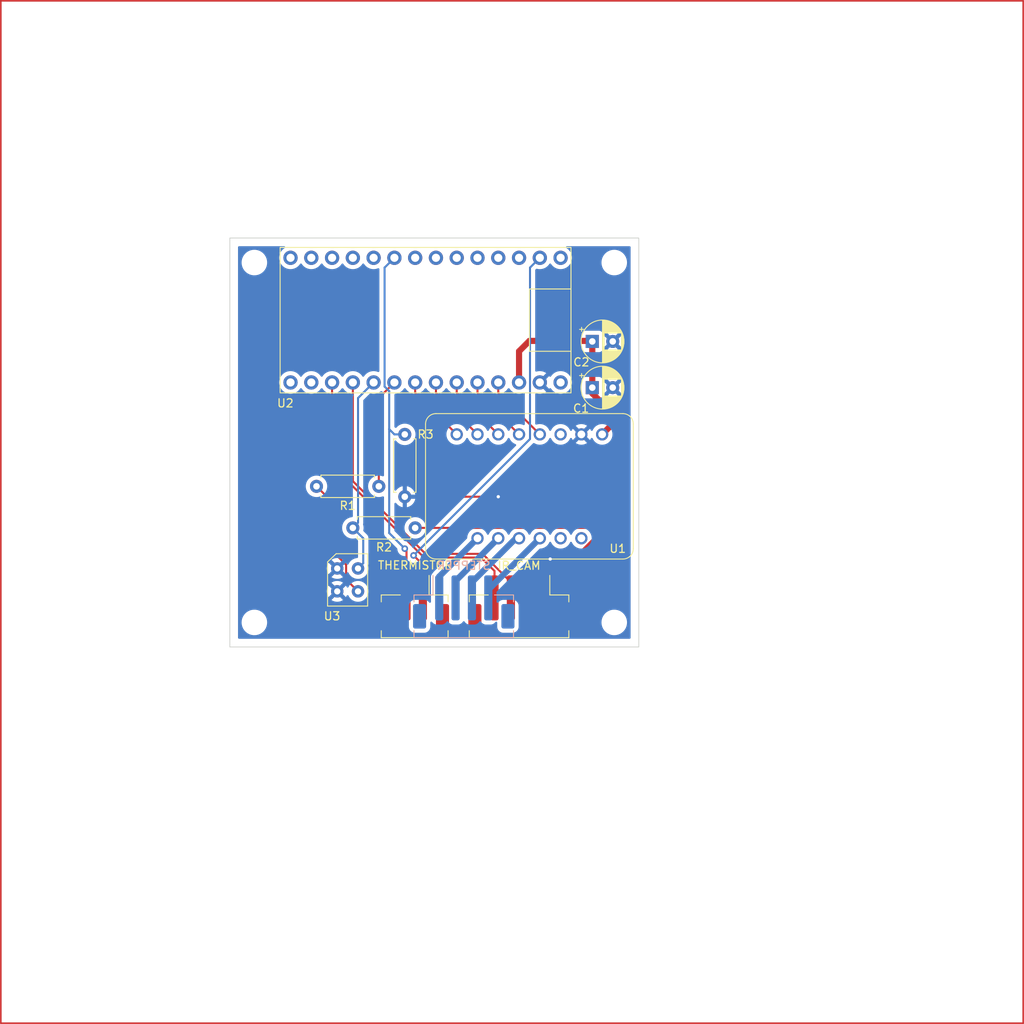
<source format=kicad_pcb>
(kicad_pcb (version 20211014) (generator pcbnew)
  (layers (0 "F.Cu" signal) (31 "B.Cu" signal) (34 "B.Paste" user) (35 "F.Paste" user) (36 "B.SilkS" user "B.Silkscreen") (37 "F.SilkS" user "F.Silkscreen") (38 "B.Mask" user) (39 "F.Mask" user) (44 "Edge.Cuts" user))
  (net 0 "")
  (net 1 "+5V")
  (net 2 "GND")
  (net 3 "SCL")
  (net 4 "SDA")
  (net 18 "Net-(J3-Pad2)")
  (net 19 "Net-(J3-Pad3)")
  (net 20 "Net-(J3-Pad4)")
  (net 22 "OPTO1")
  (net 23 "OPTO")
  (net 24 "TEMP")
  (net 26 "+3V3")
  (net 29 "B1")
  (net 30 "B2")
  (net 31 "SLP")
  (net 32 "A2")
  (net 33 "A1")
  (net 34 "Net-(J3-Pad1)")
  (net 35 "Net-(R1-Pad2)")
  (footprint "SW2:DRV8833" (layer "F.Cu") (at 87.63 80.01 -90)
    (fp_text reference "U1" (at 13.97 -10.795 unlocked) (layer "F.SilkS"))
    (fp_text value "DRV8833")
    (fp_line (start -2.54 11.43) (end -2.54 -11.43) (layer "F.SilkS") (width 0.12))
    (fp_line (start 15.24 -11.43) (end 15.24 11.43) (layer "F.SilkS") (width 0.12))
    (fp_line (start -1.27 -12.7) (end 13.97 -12.7) (layer "F.SilkS") (width 0.12))
    (fp_line (start 13.97 12.7) (end -1.27 12.7) (layer "F.SilkS") (width 0.12))
    (fp_arc (start 15.24 11.43) (mid 14.868026 12.328026) (end 13.97 12.7) (layer "F.SilkS") (width 0.12))
    (fp_arc (start 13.97 -12.7) (mid 14.868026 -12.328026) (end 15.24 -11.43) (layer "F.SilkS") (width 0.12))
    (fp_arc (start -1.27 12.7) (mid -2.168026 12.328026) (end -2.54 11.43) (layer "F.SilkS") (width 0.12))
    (fp_arc (start -2.54 -11.43) (mid -2.168026 -12.328026) (end -1.27 -12.7) (layer "F.SilkS") (width 0.12))
    (pad "1" thru_hole circle (at 0 -8.89 270) (size 1.5 1.5) (drill 0.95) (layers *.Cu *.Mask) (net 1 "+5V"))
    (pad "2" thru_hole circle (at 0 -6.35 270) (size 1.5 1.5) (drill 0.95) (layers *.Cu *.Mask) (net 2 "GND"))
    (pad "3" thru_hole circle (at 0 -3.81 270) (size 1.5 1.5) (drill 0.95) (layers *.Cu *.Mask))
    (pad "4" thru_hole circle (at 0 -1.27 270) (size 1.5 1.5) (drill 0.95) (layers *.Cu *.Mask) (net 29 "B1"))
    (pad "5" thru_hole circle (at 0 1.27 270) (size 1.5 1.5) (drill 0.95) (layers *.Cu *.Mask) (net 30 "B2"))
    (pad "6" thru_hole circle (at 0 3.81 270) (size 1.5 1.5) (drill 0.95) (layers *.Cu *.Mask) (net 31 "SLP"))
    (pad "7" thru_hole circle (at 0 6.35 270) (size 1.5 1.5) (drill 0.95) (layers *.Cu *.Mask) (net 32 "A2"))
    (pad "8" thru_hole circle (at 0 8.89 270) (size 1.5 1.5) (drill 0.95) (layers *.Cu *.Mask) (net 33 "A1"))
    (pad "9" thru_hole circle (at 12.7 6.35 270) (size 1.5 1.5) (drill 0.95) (layers *.Cu *.Mask) (net 34 "Net-(J3-Pad1)"))
    (pad "10" thru_hole circle (at 12.7 3.81 270) (size 1.5 1.5) (drill 0.95) (layers *.Cu *.Mask) (net 18 "Net-(J3-Pad2)"))
    (pad "11" thru_hole circle (at 12.7 1.27 270) (size 1.5 1.5) (drill 0.95) (layers *.Cu *.Mask) (net 19 "Net-(J3-Pad3)"))
    (pad "12" thru_hole circle (at 12.7 -1.27 270) (size 1.5 1.5) (drill 0.95) (layers *.Cu *.Mask) (net 20 "Net-(J3-Pad4)"))
    (pad "13" thru_hole circle (at 12.7 -3.81 270) (size 1.5 1.5) (drill 0.95) (layers *.Cu *.Mask))
    (pad "14" thru_hole circle (at 12.7 -6.35 270) (size 1.5 1.5) (drill 0.95) (layers *.Cu *.Mask))
  )
  (footprint "Connector_JST:JST_PH_B2B-PH-SM4-TB_1x02-1MP_P2.00mm_Vertical" (layer "F.Cu") (at 73.6 100.5 180)
    (fp_text reference "J2" hide)
    (fp_text value "THERMISTOR" (at -0.06 4.488) (layer "F.SilkS"))
    (fp_line (start -4.085 0.86) (end -1.76 0.86) (layer "F.SilkS") (width 0.12))
    (fp_line (start 4.085 -4.36) (end 4.085 -3.51) (layer "F.SilkS") (width 0.12))
    (fp_line (start 4.085 0.86) (end 1.76 0.86) (layer "F.SilkS") (width 0.12))
    (fp_line (start -4.085 -4.36) (end 4.085 -4.36) (layer "F.SilkS") (width 0.12))
    (fp_line (start -4.085 -3.51) (end -4.085 -4.36) (layer "F.SilkS") (width 0.12))
    (fp_line (start -4.085 0.01) (end -4.085 0.86) (layer "F.SilkS") (width 0.12))
    (fp_line (start 4.085 0.01) (end 4.085 0.86) (layer "F.SilkS") (width 0.12))
    (fp_line (start -1.76 0.86) (end -1.76 3.25) (layer "F.SilkS") (width 0.12))
    (pad "1" smd roundrect locked (at -1 0.5 180) (size 1 5.5) (layers "F.Cu" "F.Paste" "F.Mask") (net 26 "+3V3"))
    (pad "2" smd roundrect locked (at 1 0.5 180) (size 1 5.5) (layers "F.Cu" "F.Paste" "F.Mask") (net 24 "TEMP"))
    (pad "MP" smd roundrect locked (at -3.4 -1.75 180) (size 1.6 3) (layers "F.Cu" "F.Paste" "F.Mask") (roundrect_rratio 0.15625))
    (pad "MP" smd roundrect locked (at 3.4 -1.75 180) (size 1.6 3) (layers "F.Cu" "F.Paste" "F.Mask") (roundrect_rratio 0.15625))
  )
  (footprint "SW2:ITR20001T" (layer "F.Cu") (at 65.4 97.8 90)
    (fp_text reference "U3" (at -4.435 -1.9 unlocked) (layer "F.SilkS"))
    (fp_text value "ITR20001/T")
    (fp_line (start -3.2 -2.45) (end 2.2 -2.45) (layer "F.SilkS") (width 0.12))
    (fp_line (start 3.2 -1.4) (end 3.2 2.45) (layer "F.SilkS") (width 0.12))
    (fp_line (start 2.2 -2.45) (end 3.2 -1.4) (layer "F.SilkS") (width 0.12))
    (fp_line (start -3.2 2.45) (end -3.2 -2.45) (layer "F.SilkS") (width 0.12))
    (fp_line (start 3.2 2.45) (end -3.2 2.45) (layer "F.SilkS") (width 0.12))
    (pad "1" thru_hole circle (at -1.4 1.27 90) (size 1.524 1.524) (drill 0.762) (layers *.Cu *.Mask) (net 35 "Net-(R1-Pad2)"))
    (pad "2" thru_hole circle (at -1.4 -1.27 90) (size 1.524 1.524) (drill 0.762) (layers *.Cu *.Mask) (net 2 "GND"))
    (pad "3" thru_hole circle (at 1.4 -1.27 90) (size 1.524 1.524) (drill 0.762) (layers *.Cu *.Mask) (net 2 "GND"))
    (pad "4" thru_hole circle (at 1.4 1.27 90) (size 1.524 1.524) (drill 0.762) (layers *.Cu *.Mask) (net 23 "OPTO"))
  )
  (footprint "MountingHole:MountingHole_2.1mm" (layer "F.Cu") (at 54 103)
    (fp_text reference "H3" hide)
    (fp_text value "MountingHole")
    (pad "" np_thru_hole circle locked (at 0 0) (size 2.1 2.1) (drill 2.1) (layers *.Cu *.Mask))
  )
  (footprint "MountingHole:MountingHole_2.1mm" (layer "F.Cu") (at 98 103)
    (fp_text reference "H4" hide)
    (fp_text value "MountingHole")
    (pad "" np_thru_hole circle locked (at 0 0) (size 2.1 2.1) (drill 2.1) (layers *.Cu *.Mask))
  )
  (footprint "Resistor_THT:R_Axial_DIN0207_L6.3mm_D2.5mm_P7.62mm_Horizontal" (layer "F.Cu") (at 69.215 86.36 180)
    (fp_text reference "R1" (at 3.81 -2.37) (layer "F.SilkS"))
    (fp_text value "180")
    (fp_line (start 7.08 1.37) (end 7.08 1.04) (layer "F.SilkS") (width 0.12))
    (fp_line (start 7.08 -1.37) (end 7.08 -1.04) (layer "F.SilkS") (width 0.12))
    (fp_line (start 0.54 -1.04) (end 0.54 -1.37) (layer "F.SilkS") (width 0.12))
    (fp_line (start 0.54 -1.37) (end 7.08 -1.37) (layer "F.SilkS") (width 0.12))
    (fp_line (start 0.54 1.37) (end 7.08 1.37) (layer "F.SilkS") (width 0.12))
    (fp_line (start 0.54 1.04) (end 0.54 1.37) (layer "F.SilkS") (width 0.12))
    (pad "1" thru_hole circle locked (at 0 0 180) (size 1.6 1.6) (drill 0.8) (layers *.Cu *.Mask) (net 22 "OPTO1"))
    (pad "2" thru_hole oval locked (at 7.62 0 180) (size 1.6 1.6) (drill 0.8) (layers *.Cu *.Mask) (net 35 "Net-(R1-Pad2)"))
  )
  (footprint "SW2:Adafruit_ItsyBitsy_M4" (layer "F.Cu") (at 74.93 66.04 180)
    (fp_text reference "U2" (at 17.145 -10.16 unlocked) (layer "F.SilkS"))
    (fp_text value "ItsyBitsyM4")
    (fp_line (start -12.7 -3.81) (end -12.7 3.81) (layer "F.SilkS") (width 0.12))
    (fp_line (start -12.7 3.81) (end -17.78 3.81) (layer "F.SilkS") (width 0.12))
    (fp_line (start -17.78 -3.81) (end -12.7 -3.81) (layer "F.SilkS") (width 0.12))
    (fp_rect (start -17.78 -8.89) (end 17.78 8.89) (layer "F.SilkS") (width 0.12) (fill none))
    (pad "1" thru_hole circle (at -16.51 7.62 180) (size 1.75 1.75) (drill 1) (layers *.Cu *.Mask))
    (pad "2" thru_hole circle (at -13.97 7.62 180) (size 1.75 1.75) (drill 1) (layers *.Cu *.Mask) (net 26 "+3V3"))
    (pad "3" thru_hole circle (at -11.43 7.62 180) (size 1.75 1.75) (drill 1) (layers *.Cu *.Mask))
    (pad "4" thru_hole circle (at -8.89 7.62 180) (size 1.75 1.75) (drill 1) (layers *.Cu *.Mask))
    (pad "5" thru_hole circle (at -6.35 7.62 180) (size 1.75 1.75) (drill 1) (layers *.Cu *.Mask))
    (pad "6" thru_hole circle (at -3.81 7.62 180) (size 1.75 1.75) (drill 1) (layers *.Cu *.Mask))
    (pad "7" thru_hole circle (at -1.27 7.62 180) (size 1.75 1.75) (drill 1) (layers *.Cu *.Mask))
    (pad "8" thru_hole circle (at 1.27 7.62 180) (size 1.75 1.75) (drill 1) (layers *.Cu *.Mask))
    (pad "9" thru_hole circle (at 3.81 7.62 180) (size 1.75 1.75) (drill 1) (layers *.Cu *.Mask) (net 24 "TEMP"))
    (pad "10" thru_hole circle (at 6.35 7.62 180) (size 1.75 1.75) (drill 1) (layers *.Cu *.Mask))
    (pad "11" thru_hole circle (at 8.89 7.62 180) (size 1.75 1.75) (drill 1) (layers *.Cu *.Mask))
    (pad "12" thru_hole circle (at 11.43 7.62 180) (size 1.75 1.75) (drill 1) (layers *.Cu *.Mask))
    (pad "13" thru_hole circle (at 13.97 7.62 180) (size 1.75 1.75) (drill 1) (layers *.Cu *.Mask))
    (pad "14" thru_hole circle (at 16.51 7.62 180) (size 1.75 1.75) (drill 1) (layers *.Cu *.Mask))
    (pad "20" thru_hole circle (at 16.51 -7.62 180) (size 1.75 1.75) (drill 1) (layers *.Cu *.Mask))
    (pad "21" thru_hole circle (at 13.97 -7.62 180) (size 1.75 1.75) (drill 1) (layers *.Cu *.Mask))
    (pad "22" thru_hole circle (at 11.43 -7.62 180) (size 1.75 1.75) (drill 1) (layers *.Cu *.Mask) (net 4 "SDA"))
    (pad "23" thru_hole circle (at 8.89 -7.62 180) (size 1.75 1.75) (drill 1) (layers *.Cu *.Mask) (net 3 "SCL"))
    (pad "24" thru_hole circle (at 6.35 -7.62 180) (size 1.75 1.75) (drill 1) (layers *.Cu *.Mask) (net 23 "OPTO"))
    (pad "25" thru_hole circle (at 3.81 -7.62 180) (size 1.75 1.75) (drill 1) (layers *.Cu *.Mask) (net 22 "OPTO1"))
    (pad "26" thru_hole circle (at 1.27 -7.62 180) (size 1.75 1.75) (drill 1) (layers *.Cu *.Mask) (net 33 "A1"))
    (pad "27" thru_hole circle (at -1.27 -7.62 180) (size 1.75 1.75) (drill 1) (layers *.Cu *.Mask) (net 32 "A2"))
    (pad "28" thru_hole circle (at -3.81 -7.62 180) (size 1.75 1.75) (drill 1) (layers *.Cu *.Mask) (net 31 "SLP"))
    (pad "29" thru_hole circle (at -6.35 -7.62 180) (size 1.75 1.75) (drill 1) (layers *.Cu *.Mask) (net 30 "B2"))
    (pad "30" thru_hole circle (at -8.89 -7.62 180) (size 1.75 1.75) (drill 1) (layers *.Cu *.Mask) (net 29 "B1"))
    (pad "31" thru_hole circle (at -11.43 -7.62 180) (size 1.75 1.75) (drill 1) (layers *.Cu *.Mask) (net 1 "+5V"))
    (pad "32" thru_hole circle (at -13.97 -7.62 180) (size 1.75 1.75) (drill 1) (layers *.Cu *.Mask) (net 2 "GND"))
    (pad "33" thru_hole circle (at -16.51 -7.62 180) (size 1.75 1.75) (drill 1) (layers *.Cu *.Mask))
  )
  (footprint "MountingHole:MountingHole_2.1mm" (layer "F.Cu") (at 98 59)
    (fp_text reference "H2" hide)
    (fp_text value "MountingHole")
    (pad "" np_thru_hole circle locked (at 0 0) (size 2.1 2.1) (drill 2.1) (layers *.Cu *.Mask))
  )
  (footprint "Resistor_THT:R_Axial_DIN0207_L6.3mm_D2.5mm_P7.62mm_Horizontal" (layer "F.Cu") (at 72.39 80.01 -90)
    (fp_text reference "R3" (at 0 -2.54) (layer "F.SilkS"))
    (fp_text value "10k")
    (fp_line (start 0.54 1.37) (end 7.08 1.37) (layer "F.SilkS") (width 0.12))
    (fp_line (start 0.54 -1.37) (end 7.08 -1.37) (layer "F.SilkS") (width 0.12))
    (fp_line (start 0.54 -1.04) (end 0.54 -1.37) (layer "F.SilkS") (width 0.12))
    (fp_line (start 7.08 -1.37) (end 7.08 -1.04) (layer "F.SilkS") (width 0.12))
    (fp_line (start 0.54 1.04) (end 0.54 1.37) (layer "F.SilkS") (width 0.12))
    (fp_line (start 7.08 1.37) (end 7.08 1.04) (layer "F.SilkS") (width 0.12))
    (pad "1" thru_hole circle locked (at 0 0 270) (size 1.6 1.6) (drill 0.8) (layers *.Cu *.Mask) (net 24 "TEMP"))
    (pad "2" thru_hole oval locked (at 7.62 0 270) (size 1.6 1.6) (drill 0.8) (layers *.Cu *.Mask) (net 2 "GND"))
  )
  (footprint "MountingHole:MountingHole_2.1mm" (layer "F.Cu") (at 54 59)
    (fp_text reference "H1" hide)
    (fp_text value "MountingHole")
    (pad "" np_thru_hole circle locked (at 0 0) (size 2.1 2.1) (drill 2.1) (layers *.Cu *.Mask))
  )
  (footprint "Capacitor_THT:CP_Radial_D5.0mm_P2.50mm" (layer "F.Cu") (at 95.314888 74.295)
    (fp_text reference "C1" (at -1.37 2.54) (layer "F.SilkS"))
    (fp_text value "100u")
    (fp_line (start 2.651 1.04) (end 2.651 2.175) (layer "F.SilkS") (width 0.12))
    (fp_line (start 2.411 1.04) (end 2.411 2.31) (layer "F.SilkS") (width 0.12))
    (fp_line (start 3.411 -1.443) (end 3.411 -1.04) (layer "F.SilkS") (width 0.12))
    (fp_line (start 2.331 1.04) (end 2.331 2.348) (layer "F.SilkS") (width 0.12))
    (fp_line (start 2.971 -1.937) (end 2.971 -1.04) (layer "F.SilkS") (width 0.12))
    (fp_line (start 1.53 1.04) (end 1.53 2.565) (layer "F.SilkS") (width 0.12))
    (fp_line (start 3.651 -1.011) (end 3.651 1.011) (layer "F.SilkS") (width 0.12))
    (fp_line (start 3.691 -0.915) (end 3.691 0.915) (layer "F.SilkS") (width 0.12))
    (fp_line (start 1.81 1.04) (end 1.81 2.52) (layer "F.SilkS") (width 0.12))
    (fp_line (start 1.61 1.04) (end 1.61 2.556) (layer "F.SilkS") (width 0.12))
    (fp_line (start 3.411 1.04) (end 3.411 1.443) (layer "F.SilkS") (width 0.12))
    (fp_line (start 1.25 -2.58) (end 1.25 2.58) (layer "F.SilkS") (width 0.12))
    (fp_line (start 1.41 -2.576) (end 1.41 2.576) (layer "F.SilkS") (width 0.12))
    (fp_line (start 2.891 -2.004) (end 2.891 -1.04) (layer "F.SilkS") (width 0.12))
    (fp_line (start 3.051 -1.864) (end 3.051 -1.04) (layer "F.SilkS") (width 0.12))
    (fp_line (start 2.331 -2.348) (end 2.331 -1.04) (layer "F.SilkS") (width 0.12))
    (fp_line (start 3.731 -0.805) (end 3.731 0.805) (layer "F.SilkS") (width 0.12))
    (fp_line (start 1.49 1.04) (end 1.49 2.569) (layer "F.SilkS") (width 0.12))
    (fp_line (start 1.81 -2.52) (end 1.81 -1.04) (layer "F.SilkS") (width 0.12))
    (fp_line (start 1.69 1.04) (end 1.69 2.543) (layer "F.SilkS") (width 0.12))
    (fp_line (start 3.051 1.04) (end 3.051 1.864) (layer "F.SilkS") (width 0.12))
    (fp_line (start 2.451 1.04) (end 2.451 2.29) (layer "F.SilkS") (width 0.12))
    (fp_line (start 1.73 -2.536) (end 1.73 -1.04) (layer "F.SilkS") (width 0.12))
    (fp_line (start 2.451 -2.29) (end 2.451 -1.04) (layer "F.SilkS") (width 0.12))
    (fp_line (start 3.571 -1.178) (end 3.571 1.178) (layer "F.SilkS") (width 0.12))
    (fp_line (start 2.611 1.04) (end 2.611 2.2) (layer "F.SilkS") (width 0.12))
    (fp_line (start 2.891 1.04) (end 2.891 2.004) (layer "F.SilkS") (width 0.12))
    (fp_line (start 2.091 -2.442) (end 2.091 -1.04) (layer "F.SilkS") (width 0.12))
    (fp_line (start 1.89 1.04) (end 1.89 2.501) (layer "F.SilkS") (width 0.12))
    (fp_line (start 3.091 -1.826) (end 3.091 -1.04) (layer "F.SilkS") (width 0.12))
    (fp_line (start 1.29 -2.58) (end 1.29 2.58) (layer "F.SilkS") (width 0.12))
    (fp_line (start 3.611 -1.098) (end 3.611 1.098) (layer "F.SilkS") (width 0.12))
    (fp_line (start 3.131 -1.785) (end 3.131 -1.04) (layer "F.SilkS") (width 0.12))
    (fp_line (start 2.291 1.04) (end 2.291 2.365) (layer "F.SilkS") (width 0.12))
    (fp_line (start 2.011 1.04) (end 2.011 2.468) (layer "F.SilkS") (width 0.12))
    (fp_line (start -1.304775 -1.725) (end -1.304775 -1.225) (layer "F.SilkS") (width 0.12))
    (fp_line (start 1.85 -2.511) (end 1.85 -1.04) (layer "F.SilkS") (width 0.12))
    (fp_line (start 2.011 -2.468) (end 2.011 -1.04) (layer "F.SilkS") (width 0.12))
    (fp_line (start 2.851 -2.035) (end 2.851 -1.04) (layer "F.SilkS") (width 0.12))
    (fp_line (start 2.211 1.04) (end 2.211 2.398) (layer "F.SilkS") (width 0.12))
    (fp_line (start 2.091 1.04) (end 2.091 2.442) (layer "F.SilkS") (width 0.12))
    (fp_line (start 3.211 1.04) (end 3.211 1.699) (layer "F.SilkS") (width 0.12))
    (fp_line (start 2.531 -2.247) (end 2.531 -1.04) (layer "F.SilkS") (width 0.12))
    (fp_line (start 1.49 -2.569) (end 1.49 -1.04) (layer "F.SilkS") (width 0.12))
    (fp_line (start 3.371 -1.5) (end 3.371 -1.04) (layer "F.SilkS") (width 0.12))
    (fp_line (start 2.171 -2.414) (end 2.171 -1.04) (layer "F.SilkS") (width 0.12))
    (fp_line (start -1.554775 -1.475) (end -1.054775 -1.475) (layer "F.SilkS") (width 0.12))
    (fp_line (start 3.371 1.04) (end 3.371 1.5) (layer "F.SilkS") (width 0.12))
    (fp_line (start 1.61 -2.556) (end 1.61 -1.04) (layer "F.SilkS") (width 0.12))
    (fp_line (start 2.251 1.04) (end 2.251 2.382) (layer "F.SilkS") (width 0.12))
    (fp_line (start 2.851 1.04) (end 2.851 2.035) (layer "F.SilkS") (width 0.12))
    (fp_line (start 3.011 1.04) (end 3.011 1.901) (layer "F.SilkS") (width 0.12))
    (fp_line (start 2.531 1.04) (end 2.531 2.247) (layer "F.SilkS") (width 0.12))
    (fp_line (start 3.091 1.04) (end 3.091 1.826) (layer "F.SilkS") (width 0.12))
    (fp_line (start 1.971 1.04) (end 1.971 2.48) (layer "F.SilkS") (width 0.12))
    (fp_line (start 2.131 -2.428) (end 2.131 -1.04) (layer "F.SilkS") (width 0.12))
    (fp_line (start 3.451 1.04) (end 3.451 1.383) (layer "F.SilkS") (width 0.12))
    (fp_line (start 2.411 -2.31) (end 2.411 -1.04) (layer "F.SilkS") (width 0.12))
    (fp_line (start 2.131 1.04) (end 2.131 2.428) (layer "F.SilkS") (width 0.12))
    (fp_line (start 3.531 -1.251) (end 3.531 -1.04) (layer "F.SilkS") (width 0.12))
    (fp_line (start 2.771 -2.095) (end 2.771 -1.04) (layer "F.SilkS") (width 0.12))
    (fp_line (start 1.93 1.04) (end 1.93 2.491) (layer "F.SilkS") (width 0.12))
    (fp_line (start 2.691 -2.149) (end 2.691 -1.04) (layer "F.SilkS") (width 0.12))
    (fp_line (start 3.851 -0.284) (end 3.851 0.284) (layer "F.SilkS") (width 0.12))
    (fp_line (start 1.971 -2.48) (end 1.971 -1.04) (layer "F.SilkS") (width 0.12))
    (fp_line (start 1.37 -2.578) (end 1.37 2.578) (layer "F.SilkS") (width 0.12))
    (fp_line (start 2.171 1.04) (end 2.171 2.414) (layer "F.SilkS") (width 0.12))
    (fp_line (start 2.811 1.04) (end 2.811 2.065) (layer "F.SilkS") (width 0.12))
    (fp_line (start 2.051 1.04) (end 2.051 2.455) (layer "F.SilkS") (width 0.12))
    (fp_line (start 2.971 1.04) (end 2.971 1.937) (layer "F.SilkS") (width 0.12))
    (fp_line (start 2.051 -2.455) (end 2.051 -1.04) (layer "F.SilkS") (width 0.12))
    (fp_line (start 2.931 1.04) (end 2.931 1.971) (layer "F.SilkS") (width 0.12))
    (fp_line (start 2.491 1.04) (end 2.491 2.268) (layer "F.SilkS") (width 0.12))
    (fp_line (start 2.371 1.04) (end 2.371 2.329) (layer "F.SilkS") (width 0.12))
    (fp_line (start 2.491 -2.268) (end 2.491 -1.04) (layer "F.SilkS") (width 0.12))
    (fp_line (start 2.931 -1.971) (end 2.931 -1.04) (layer "F.SilkS") (width 0.12))
    (fp_line (start 1.57 -2.561) (end 1.57 -1.04) (layer "F.SilkS") (width 0.12))
    (fp_line (start 2.611 -2.2) (end 2.611 -1.04) (layer "F.SilkS") (width 0.12))
    (fp_line (start 2.731 -2.122) (end 2.731 -1.04) (layer "F.SilkS") (width 0.12))
    (fp_line (start 2.691 1.04) (end 2.691 2.149) (layer "F.SilkS") (width 0.12))
    (fp_line (start 2.291 -2.365) (end 2.291 -1.04) (layer "F.SilkS") (width 0.12))
    (fp_line (start 2.571 -2.224) (end 2.571 -1.04) (layer "F.SilkS") (width 0.12))
    (fp_line (start 3.531 1.04) (end 3.531 1.251) (layer "F.SilkS") (width 0.12))
    (fp_line (start 1.57 1.04) (end 1.57 2.561) (layer "F.SilkS") (width 0.12))
    (fp_line (start 3.131 1.04) (end 3.131 1.785) (layer "F.SilkS") (width 0.12))
    (fp_line (start 3.011 -1.901) (end 3.011 -1.04) (layer "F.SilkS") (width 0.12))
    (fp_line (start 2.571 1.04) (end 2.571 2.224) (layer "F.SilkS") (width 0.12))
    (fp_line (start 3.331 1.04) (end 3.331 1.554) (layer "F.SilkS") (width 0.12))
    (fp_line (start 1.65 -2.55) (end 1.65 -1.04) (layer "F.SilkS") (width 0.12))
    (fp_line (start 3.251 -1.653) (end 3.251 -1.04) (layer "F.SilkS") (width 0.12))
    (fp_line (start 1.33 -2.579) (end 1.33 2.579) (layer "F.SilkS") (width 0.12))
    (fp_line (start 1.89 -2.501) (end 1.89 -1.04) (layer "F.SilkS") (width 0.12))
    (fp_line (start 2.731 1.04) (end 2.731 2.122) (layer "F.SilkS") (width 0.12))
    (fp_line (start 1.45 -2.573) (end 1.45 2.573) (layer "F.SilkS") (width 0.12))
    (fp_line (start 1.73 1.04) (end 1.73 2.536) (layer "F.SilkS") (width 0.12))
    (fp_line (start 3.211 -1.699) (end 3.211 -1.04) (layer "F.SilkS") (width 0.12))
    (fp_line (start 1.77 1.04) (end 1.77 2.528) (layer "F.SilkS") (width 0.12))
    (fp_line (start 3.491 1.04) (end 3.491 1.319) (layer "F.SilkS") (width 0.12))
    (fp_line (start 3.171 1.04) (end 3.171 1.743) (layer "F.SilkS") (width 0.12))
    (fp_line (start 3.291 -1.605) (end 3.291 -1.04) (layer "F.SilkS") (width 0.12))
    (fp_line (start 2.651 -2.175) (end 2.651 -1.04) (layer "F.SilkS") (width 0.12))
    (fp_line (start 1.65 1.04) (end 1.65 2.55) (layer "F.SilkS") (width 0.12))
    (fp_line (start 3.491 -1.319) (end 3.491 -1.04) (layer "F.SilkS") (width 0.12))
    (fp_line (start 2.251 -2.382) (end 2.251 -1.04) (layer "F.SilkS") (width 0.12))
    (fp_line (start 1.53 -2.565) (end 1.53 -1.04) (layer "F.SilkS") (width 0.12))
    (fp_line (start 2.211 -2.398) (end 2.211 -1.04) (layer "F.SilkS") (width 0.12))
    (fp_line (start 3.331 -1.554) (end 3.331 -1.04) (layer "F.SilkS") (width 0.12))
    (fp_line (start 2.811 -2.065) (end 2.811 -1.04) (layer "F.SilkS") (width 0.12))
    (fp_line (start 1.69 -2.543) (end 1.69 -1.04) (layer "F.SilkS") (width 0.12))
    (fp_line (start 1.93 -2.491) (end 1.93 -1.04) (layer "F.SilkS") (width 0.12))
    (fp_line (start 3.171 -1.743) (end 3.171 -1.04) (layer "F.SilkS") (width 0.12))
    (fp_line (start 3.811 -0.518) (end 3.811 0.518) (layer "F.SilkS") (width 0.12))
    (fp_line (start 1.77 -2.528) (end 1.77 -1.04) (layer "F.SilkS") (width 0.12))
    (fp_line (start 3.771 -0.677) (end 3.771 0.677) (layer "F.SilkS") (width 0.12))
    (fp_line (start 3.451 -1.383) (end 3.451 -1.04) (layer "F.SilkS") (width 0.12))
    (fp_line (start 1.85 1.04) (end 1.85 2.511) (layer "F.SilkS") (width 0.12))
    (fp_line (start 2.371 -2.329) (end 2.371 -1.04) (layer "F.SilkS") (width 0.12))
    (fp_line (start 3.291 1.04) (end 3.291 1.605) (layer "F.SilkS") (width 0.12))
    (fp_line (start 2.771 1.04) (end 2.771 2.095) (layer "F.SilkS") (width 0.12))
    (fp_line (start 3.251 1.04) (end 3.251 1.653) (layer "F.SilkS") (width 0.12))
    (fp_circle (center 1.25 0) (end 3.87 0) (layer "F.SilkS") (width 0.12) (fill none))
    (pad "1" thru_hole rect locked (at 0 0) (size 1.6 1.6) (drill 0.8) (layers *.Cu *.Mask) (net 1 "+5V"))
    (pad "2" thru_hole circle locked (at 2.5 0) (size 1.6 1.6) (drill 0.8) (layers *.Cu *.Mask) (net 2 "GND"))
  )
  (footprint "Resistor_THT:R_Axial_DIN0207_L6.3mm_D2.5mm_P7.62mm_Horizontal" (layer "F.Cu") (at 73.66 91.44 180)
    (fp_text reference "R2" (at 3.81 -2.37) (layer "F.SilkS"))
    (fp_text value "10k")
    (fp_line (start 0.54 -1.04) (end 0.54 -1.37) (layer "F.SilkS") (width 0.12))
    (fp_line (start 0.54 1.37) (end 7.08 1.37) (layer "F.SilkS") (width 0.12))
    (fp_line (start 0.54 1.04) (end 0.54 1.37) (layer "F.SilkS") (width 0.12))
    (fp_line (start 7.08 -1.37) (end 7.08 -1.04) (layer "F.SilkS") (width 0.12))
    (fp_line (start 0.54 -1.37) (end 7.08 -1.37) (layer "F.SilkS") (width 0.12))
    (fp_line (start 7.08 1.37) (end 7.08 1.04) (layer "F.SilkS") (width 0.12))
    (pad "1" thru_hole circle locked (at 0 0 180) (size 1.6 1.6) (drill 0.8) (layers *.Cu *.Mask) (net 1 "+5V"))
    (pad "2" thru_hole oval locked (at 7.62 0 180) (size 1.6 1.6) (drill 0.8) (layers *.Cu *.Mask) (net 23 "OPTO"))
  )
  (footprint "Connector_JST:JST_PH_B4B-PH-SM4-TB_1x04-1MP_P2.00mm_Vertical" (layer "F.Cu") (at 86.36 100.5 180)
    (fp_text reference "J1" hide)
    (fp_text value "IR_CAM" (at 0 4.45) (layer "F.SilkS"))
    (fp_line (start 6.085 0.86) (end 3.76 0.86) (layer "F.SilkS") (width 0.12))
    (fp_line (start -3.76 0.86) (end -3.76 3.25) (layer "F.SilkS") (width 0.12))
    (fp_line (start -6.085 -4.36) (end 6.085 -4.36) (layer "F.SilkS") (width 0.12))
    (fp_line (start 6.085 -4.36) (end 6.085 -3.51) (layer "F.SilkS") (width 0.12))
    (fp_line (start -6.085 0.01) (end -6.085 0.86) (layer "F.SilkS") (width 0.12))
    (fp_line (start -6.085 0.86) (end -3.76 0.86) (layer "F.SilkS") (width 0.12))
    (fp_line (start -6.085 -3.51) (end -6.085 -4.36) (layer "F.SilkS") (width 0.12))
    (fp_line (start 6.085 0.01) (end 6.085 0.86) (layer "F.SilkS") (width 0.12))
    (pad "1" smd roundrect locked (at -3 0.5 180) (size 1 5.5) (layers "F.Cu" "F.Paste" "F.Mask") (net 1 "+5V"))
    (pad "2" smd roundrect locked (at -1 0.5 180) (size 1 5.5) (layers "F.Cu" "F.Paste" "F.Mask") (net 2 "GND"))
    (pad "3" smd roundrect locked (at 1 0.5 180) (size 1 5.5) (layers "F.Cu" "F.Paste" "F.Mask") (net 3 "SCL"))
    (pad "4" smd roundrect locked (at 3 0.5 180) (size 1 5.5) (layers "F.Cu" "F.Paste" "F.Mask") (net 4 "SDA"))
    (pad "MP" smd roundrect locked (at -5.4 -1.75 180) (size 1.6 3) (layers "F.Cu" "F.Paste" "F.Mask") (roundrect_rratio 0.15625))
    (pad "MP" smd roundrect locked (at 5.4 -1.75 180) (size 1.6 3) (layers "F.Cu" "F.Paste" "F.Mask") (roundrect_rratio 0.15625))
  )
  (footprint "Capacitor_THT:CP_Radial_D5.0mm_P2.50mm" (layer "F.Cu") (at 95.314888 68.644888)
    (fp_text reference "C2" (at -1.334888 2.54) (layer "F.SilkS"))
    (fp_text value "100u")
    (fp_line (start 1.61 -2.556) (end 1.61 -1.04) (layer "F.SilkS") (width 0.12))
    (fp_line (start 2.091 -2.442) (end 2.091 -1.04) (layer "F.SilkS") (width 0.12))
    (fp_line (start 3.211 -1.699) (end 3.211 -1.04) (layer "F.SilkS") (width 0.12))
    (fp_line (start 3.691 -0.915) (end 3.691 0.915) (layer "F.SilkS") (width 0.12))
    (fp_line (start 2.251 1.04) (end 2.251 2.382) (layer "F.SilkS") (width 0.12))
    (fp_line (start 1.89 1.04) (end 1.89 2.501) (layer "F.SilkS") (width 0.12))
    (fp_line (start 1.69 1.04) (end 1.69 2.543) (layer "F.SilkS") (width 0.12))
    (fp_line (start 2.531 -2.247) (end 2.531 -1.04) (layer "F.SilkS") (width 0.12))
    (fp_line (start 1.65 -2.55) (end 1.65 -1.04) (layer "F.SilkS") (width 0.12))
    (fp_line (start -1.554775 -1.475) (end -1.054775 -1.475) (layer "F.SilkS") (width 0.12))
    (fp_line (start 3.251 -1.653) (end 3.251 -1.04) (layer "F.SilkS") (width 0.12))
    (fp_line (start 1.89 -2.501) (end 1.89 -1.04) (layer "F.SilkS") (width 0.12))
    (fp_line (start 1.25 -2.58) (end 1.25 2.58) (layer "F.SilkS") (width 0.12))
    (fp_line (start 1.53 1.04) (end 1.53 2.565) (layer "F.SilkS") (width 0.12))
    (fp_line (start 3.771 -0.677) (end 3.771 0.677) (layer "F.SilkS") (width 0.12))
    (fp_line (start 2.091 1.04) (end 2.091 2.442) (layer "F.SilkS") (width 0.12))
    (fp_line (start 1.45 -2.573) (end 1.45 2.573) (layer "F.SilkS") (width 0.12))
    (fp_line (start 1.85 -2.511) (end 1.85 -1.04) (layer "F.SilkS") (width 0.12))
    (fp_line (start 1.29 -2.58) (end 1.29 2.58) (layer "F.SilkS") (width 0.12))
    (fp_line (start 3.291 1.04) (end 3.291 1.605) (layer "F.SilkS") (width 0.12))
    (fp_line (start 1.73 1.04) (end 1.73 2.536) (layer "F.SilkS") (width 0.12))
    (fp_line (start 2.291 1.04) (end 2.291 2.365) (layer "F.SilkS") (width 0.12))
    (fp_line (start 3.371 1.04) (end 3.371 1.5) (layer "F.SilkS") (width 0.12))
    (fp_line (start 2.691 -2.149) (end 2.691 -1.04) (layer "F.SilkS") (width 0.12))
    (fp_line (start 2.891 1.04) (end 2.891 2.004) (layer "F.SilkS") (width 0.12))
    (fp_line (start 3.091 1.04) (end 3.091 1.826) (layer "F.SilkS") (width 0.12))
    (fp_line (start 3.531 -1.251) (end 3.531 -1.04) (layer "F.SilkS") (width 0.12))
    (fp_line (start 3.011 -1.901) (end 3.011 -1.04) (layer "F.SilkS") (width 0.12))
    (fp_line (start 1.93 1.04) (end 1.93 2.491) (layer "F.SilkS") (width 0.12))
    (fp_line (start 2.251 -2.382) (end 2.251 -1.04) (layer "F.SilkS") (width 0.12))
    (fp_line (start 3.051 1.04) (end 3.051 1.864) (layer "F.SilkS") (width 0.12))
    (fp_line (start 2.851 -2.035) (end 2.851 -1.04) (layer "F.SilkS") (width 0.12))
    (fp_line (start 3.131 1.04) (end 3.131 1.785) (layer "F.SilkS") (width 0.12))
    (fp_line (start 2.971 1.04) (end 2.971 1.937) (layer "F.SilkS") (width 0.12))
    (fp_line (start 2.931 -1.971) (end 2.931 -1.04) (layer "F.SilkS") (width 0.12))
    (fp_line (start 3.411 -1.443) (end 3.411 -1.04) (layer "F.SilkS") (width 0.12))
    (fp_line (start 3.051 -1.864) (end 3.051 -1.04) (layer "F.SilkS") (width 0.12))
    (fp_line (start 2.811 1.04) (end 2.811 2.065) (layer "F.SilkS") (width 0.12))
    (fp_line (start 1.41 -2.576) (end 1.41 2.576) (layer "F.SilkS") (width 0.12))
    (fp_line (start 1.971 1.04) (end 1.971 2.48) (layer "F.SilkS") (width 0.12))
    (fp_line (start 2.531 1.04) (end 2.531 2.247) (layer "F.SilkS") (width 0.12))
    (fp_line (start 2.051 1.04) (end 2.051 2.455) (layer "F.SilkS") (width 0.12))
    (fp_line (start 3.091 -1.826) (end 3.091 -1.04) (layer "F.SilkS") (width 0.12))
    (fp_line (start 2.011 -2.468) (end 2.011 -1.04) (layer "F.SilkS") (width 0.12))
    (fp_line (start 1.61 1.04) (end 1.61 2.556) (layer "F.SilkS") (width 0.12))
    (fp_line (start 3.451 1.04) (end 3.451 1.383) (layer "F.SilkS") (width 0.12))
    (fp_line (start 2.051 -2.455) (end 2.051 -1.04) (layer "F.SilkS") (width 0.12))
    (fp_line (start 3.731 -0.805) (end 3.731 0.805) (layer "F.SilkS") (width 0.12))
    (fp_line (start 3.411 1.04) (end 3.411 1.443) (layer "F.SilkS") (width 0.12))
    (fp_line (start 1.77 1.04) (end 1.77 2.528) (layer "F.SilkS") (width 0.12))
    (fp_line (start 1.37 -2.578) (end 1.37 2.578) (layer "F.SilkS") (width 0.12))
    (fp_line (start 3.011 1.04) (end 3.011 1.901) (layer "F.SilkS") (width 0.12))
    (fp_line (start 2.851 1.04) (end 2.851 2.035) (layer "F.SilkS") (width 0.12))
    (fp_line (start 1.69 -2.543) (end 1.69 -1.04) (layer "F.SilkS") (width 0.12))
    (fp_line (start 2.611 -2.2) (end 2.611 -1.04) (layer "F.SilkS") (width 0.12))
    (fp_line (start 1.77 -2.528) (end 1.77 -1.04) (layer "F.SilkS") (width 0.12))
    (fp_line (start 2.651 1.04) (end 2.651 2.175) (layer "F.SilkS") (width 0.12))
    (fp_line (start 3.491 1.04) (end 3.491 1.319) (layer "F.SilkS") (width 0.12))
    (fp_line (start 1.57 1.04) (end 1.57 2.561) (layer "F.SilkS") (width 0.12))
    (fp_line (start 2.411 1.04) (end 2.411 2.31) (layer "F.SilkS") (width 0.12))
    (fp_line (start 2.371 -2.329) (end 2.371 -1.04) (layer "F.SilkS") (width 0.12))
    (fp_line (start 1.93 -2.491) (end 1.93 -1.04) (layer "F.SilkS") (width 0.12))
    (fp_line (start 1.81 -2.52) (end 1.81 -1.04) (layer "F.SilkS") (width 0.12))
    (fp_line (start 2.691 1.04) (end 2.691 2.149) (layer "F.SilkS") (width 0.12))
    (fp_line (start 2.611 1.04) (end 2.611 2.2) (layer "F.SilkS") (width 0.12))
    (fp_line (start -1.304775 -1.725) (end -1.304775 -1.225) (layer "F.SilkS") (width 0.12))
    (fp_line (start 2.211 -2.398) (end 2.211 -1.04) (layer "F.SilkS") (width 0.12))
    (fp_line (start 3.491 -1.319) (end 3.491 -1.04) (layer "F.SilkS") (width 0.12))
    (fp_line (start 2.771 -2.095) (end 2.771 -1.04) (layer "F.SilkS") (width 0.12))
    (fp_line (start 2.811 -2.065) (end 2.811 -1.04) (layer "F.SilkS") (width 0.12))
    (fp_line (start 3.251 1.04) (end 3.251 1.653) (layer "F.SilkS") (width 0.12))
    (fp_line (start 2.411 -2.31) (end 2.411 -1.04) (layer "F.SilkS") (width 0.12))
    (fp_line (start 2.331 -2.348) (end 2.331 -1.04) (layer "F.SilkS") (width 0.12))
    (fp_line (start 2.451 1.04) (end 2.451 2.29) (layer "F.SilkS") (width 0.12))
    (fp_line (start 1.73 -2.536) (end 1.73 -1.04) (layer "F.SilkS") (width 0.12))
    (fp_line (start 3.451 -1.383) (end 3.451 -1.04) (layer "F.SilkS") (width 0.12))
    (fp_line (start 2.131 1.04) (end 2.131 2.428) (layer "F.SilkS") (width 0.12))
    (fp_line (start 2.331 1.04) (end 2.331 2.348) (layer "F.SilkS") (width 0.12))
    (fp_line (start 1.53 -2.565) (end 1.53 -1.04) (layer "F.SilkS") (width 0.12))
    (fp_line (start 2.891 -2.004) (end 2.891 -1.04) (layer "F.SilkS") (width 0.12))
    (fp_line (start 1.85 1.04) (end 1.85 2.511) (layer "F.SilkS") (width 0.12))
    (fp_line (start 3.171 -1.743) (end 3.171 -1.04) (layer "F.SilkS") (width 0.12))
    (fp_line (start 2.571 -2.224) (end 2.571 -1.04) (layer "F.SilkS") (width 0.12))
    (fp_line (start 3.571 -1.178) (end 3.571 1.178) (layer "F.SilkS") (width 0.12))
    (fp_line (start 2.771 1.04) (end 2.771 2.095) (layer "F.SilkS") (width 0.12))
    (fp_line (start 2.211 1.04) (end 2.211 2.398) (layer "F.SilkS") (width 0.12))
    (fp_line (start 2.451 -2.29) (end 2.451 -1.04) (layer "F.SilkS") (width 0.12))
    (fp_line (start 3.851 -0.284) (end 3.851 0.284) (layer "F.SilkS") (width 0.12))
    (fp_line (start 3.611 -1.098) (end 3.611 1.098) (layer "F.SilkS") (width 0.12))
    (fp_line (start 3.331 -1.554) (end 3.331 -1.04) (layer "F.SilkS") (width 0.12))
    (fp_line (start 2.731 -2.122) (end 2.731 -1.04) (layer "F.SilkS") (width 0.12))
    (fp_line (start 2.931 1.04) (end 2.931 1.971) (layer "F.SilkS") (width 0.12))
    (fp_line (start 1.33 -2.579) (end 1.33 2.579) (layer "F.SilkS") (width 0.12))
    (fp_line (start 2.971 -1.937) (end 2.971 -1.04) (layer "F.SilkS") (width 0.12))
    (fp_line (start 2.011 1.04) (end 2.011 2.468) (layer "F.SilkS") (width 0.12))
    (fp_line (start 1.57 -2.561) (end 1.57 -1.04) (layer "F.SilkS") (width 0.12))
    (fp_line (start 2.571 1.04) (end 2.571 2.224) (layer "F.SilkS") (width 0.12))
    (fp_line (start 2.291 -2.365) (end 2.291 -1.04) (layer "F.SilkS") (width 0.12))
    (fp_line (start 3.371 -1.5) (end 3.371 -1.04) (layer "F.SilkS") (width 0.12))
    (fp_line (start 1.49 1.04) (end 1.49 2.569) (layer "F.SilkS") (width 0.12))
    (fp_line (start 2.651 -2.175) (end 2.651 -1.04) (layer "F.SilkS") (width 0.12))
    (fp_line (start 3.291 -1.605) (end 3.291 -1.04) (layer "F.SilkS") (width 0.12))
    (fp_line (start 1.65 1.04) (end 1.65 2.55) (layer "F.SilkS") (width 0.12))
    (fp_line (start 2.131 -2.428) (end 2.131 -1.04) (layer "F.SilkS") (width 0.12))
    (fp_line (start 1.971 -2.48) (end 1.971 -1.04) (layer "F.SilkS") (width 0.12))
    (fp_line (start 3.211 1.04) (end 3.211 1.699) (layer "F.SilkS") (width 0.12))
    (fp_line (start 2.171 -2.414) (end 2.171 -1.04) (layer "F.SilkS") (width 0.12))
    (fp_line (start 3.331 1.04) (end 3.331 1.554) (layer "F.SilkS") (width 0.12))
    (fp_line (start 1.49 -2.569) (end 1.49 -1.04) (layer "F.SilkS") (width 0.12))
    (fp_line (start 3.651 -1.011) (end 3.651 1.011) (layer "F.SilkS") (width 0.12))
    (fp_line (start 3.811 -0.518) (end 3.811 0.518) (layer "F.SilkS") (width 0.12))
    (fp_line (start 2.371 1.04) (end 2.371 2.329) (layer "F.SilkS") (width 0.12))
    (fp_line (start 3.171 1.04) (end 3.171 1.743) (layer "F.SilkS") (width 0.12))
    (fp_line (start 2.171 1.04) (end 2.171 2.414) (layer "F.SilkS") (width 0.12))
    (fp_line (start 1.81 1.04) (end 1.81 2.52) (layer "F.SilkS") (width 0.12))
    (fp_line (start 2.491 1.04) (end 2.491 2.268) (layer "F.SilkS") (width 0.12))
    (fp_line (start 2.731 1.04) (end 2.731 2.122) (layer "F.SilkS") (width 0.12))
    (fp_line (start 3.131 -1.785) (end 3.131 -1.04) (layer "F.SilkS") (width 0.12))
    (fp_line (start 2.491 -2.268) (end 2.491 -1.04) (layer "F.SilkS") (width 0.12))
    (fp_line (start 3.531 1.04) (end 3.531 1.251) (layer "F.SilkS") (width 0.12))
    (fp_circle (center 1.25 0) (end 3.87 0) (layer "F.SilkS") (width 0.12) (fill none))
    (pad "1" thru_hole rect locked (at 0 0) (size 1.6 1.6) (drill 0.8) (layers *.Cu *.Mask) (net 1 "+5V"))
    (pad "2" thru_hole circle locked (at 2.5 0) (size 1.6 1.6) (drill 0.8) (layers *.Cu *.Mask) (net 2 "GND"))
  )
  (footprint "Connector_JST:JST_PH_B4B-PH-SM4-TB_1x04-1MP_P2.00mm_Vertical" (layer "B.Cu") (at 79.6 100.5)
    (fp_text reference "J3" hide)
    (fp_text value "STEPPER" (at 0 -4.45) (layer "B.SilkS") (effects (justify mirror)))
    (fp_line (start 6.085 -0.01) (end 6.085 -0.86) (layer "B.SilkS") (width 0.12))
    (fp_line (start -3.76 -0.86) (end -3.76 -3.25) (layer "B.SilkS") (width 0.12))
    (fp_line (start -6.085 -0.01) (end -6.085 -0.86) (layer "B.SilkS") (width 0.12))
    (fp_line (start -6.085 4.36) (end 6.085 4.36) (layer "B.SilkS") (width 0.12))
    (fp_line (start -6.085 3.51) (end -6.085 4.36) (layer "B.SilkS") (width 0.12))
    (fp_line (start 6.085 -0.86) (end 3.76 -0.86) (layer "B.SilkS") (width 0.12))
    (fp_line (start -6.085 -0.86) (end -3.76 -0.86) (layer "B.SilkS") (width 0.12))
    (fp_line (start 6.085 4.36) (end 6.085 3.51) (layer "B.SilkS") (width 0.12))
    (pad "1" smd roundrect locked (at -3 -0.5) (size 1 5.5) (layers "B.Cu" "B.Paste" "B.Mask") (net 34 "Net-(J3-Pad1)"))
    (pad "2" smd roundrect locked (at -1 -0.5) (size 1 5.5) (layers "B.Cu" "B.Paste" "B.Mask") (net 18 "Net-(J3-Pad2)"))
    (pad "3" smd roundrect locked (at 1 -0.5) (size 1 5.5) (layers "B.Cu" "B.Paste" "B.Mask") (net 19 "Net-(J3-Pad3)"))
    (pad "4" smd roundrect locked (at 3 -0.5) (size 1 5.5) (layers "B.Cu" "B.Paste" "B.Mask") (net 20 "Net-(J3-Pad4)"))
    (pad "MP" smd roundrect locked (at -5.4 1.75) (size 1.6 3) (layers "B.Cu" "B.Paste" "B.Mask") (roundrect_rratio 0.15625))
    (pad "MP" smd roundrect locked (at 5.4 1.75) (size 1.6 3) (layers "B.Cu" "B.Paste" "B.Mask") (roundrect_rratio 0.15625))
  )
  (gr_rect (start 23 27) (end 148 152) (layer "F.Cu") (width 0.2) (fill none))
  (gr_rect (start 51 56) (end 101 106) (layer "Edge.Cuts") (width 0.1) (fill none))
  (segment (start 95.885 92.7) (end 89.36 99.225) (width 0.75) (layer "F.Cu") (net 1))
  (segment (start 95.314888 68.644888) (end 95.314888 74.994888) (width 0.75) (layer "F.Cu") (net 1))
  (segment (start 87.63 68.58) (end 95.25 68.58) (width 0.75) (layer "F.Cu") (net 1))
  (segment (start 86.36 73.66) (end 86.36 69.85) (width 0.75) (layer "F.Cu") (net 1))
  (segment (start 98.425 78.74) (end 98.425 90.16) (width 0.75) (layer "F.Cu") (net 1))
  (segment (start 86.36 69.85) (end 87.63 68.58) (width 0.75) (layer "F.Cu") (net 1))
  (segment (start 73.66 91.44) (end 97.145 91.44) (width 0.25) (layer "F.Cu") (net 1))
  (segment (start 97.79 78.74) (end 98.425 78.74) (width 0.75) (layer "F.Cu") (net 1))
  (segment (start 96.52 80.01) (end 97.79 78.74) (width 0.75) (layer "F.Cu") (net 1))
  (segment (start 97.145 91.44) (end 97.15 91.435) (width 0.25) (layer "F.Cu") (net 1))
  (segment (start 95.314888 74.994888) (end 98.425 78.105) (width 0.75) (layer "F.Cu") (net 1))
  (segment (start 97.15 91.435) (end 95.885 92.7) (width 0.75) (layer "F.Cu") (net 1))
  (segment (start 98.425 90.16) (end 97.15 91.435) (width 0.75) (layer "F.Cu") (net 1))
  (segment (start 95.25 68.58) (end 95.314888 68.644888) (width 0.75) (layer "F.Cu") (net 1))
  (segment (start 89.36 99.225) (end 89.36 100) (width 0.75) (layer "F.Cu") (net 1))
  (segment (start 98.425 78.105) (end 98.425 78.74) (width 0.75) (layer "F.Cu") (net 1))
  (segment (start 87.36 98.06) (end 90.17 95.25) (width 0.75) (layer "F.Cu") (net 2))
  (segment (start 87.36 100) (end 87.36 98.06) (width 0.75) (layer "F.Cu") (net 2))
  (segment (start 72.39 87.63) (end 83.82 87.63) (width 0.25) (layer "F.Cu") (net 2))
  (via (at 83.82 87.63) (size 0.8) (drill 0.4) (layers "F.Cu" "B.Cu") (net 2))
  (via (at 90.17 95.25) (size 0.8) (drill 0.4) (layers "F.Cu" "B.Cu") (net 2))
  (segment (start 85.36 100) (end 85.36 98.073722) (width 0.25) (layer "F.Cu") (net 3))
  (segment (start 81.901278 94.615) (end 74.93 94.615) (width 0.25) (layer "F.Cu") (net 3))
  (segment (start 74.93 94.615) (end 66.04 85.725) (width 0.25) (layer "F.Cu") (net 3))
  (segment (start 85.36 98.073722) (end 81.901278 94.615) (width 0.25) (layer "F.Cu") (net 3))
  (segment (start 66.04 85.725) (end 66.04 73.66) (width 0.25) (layer "F.Cu") (net 3))
  (segment (start 83.36 96.70944) (end 81.71508 95.06452) (width 0.25) (layer "F.Cu") (net 4))
  (segment (start 63.5 83.820717) (end 63.5 73.66) (width 0.25) (layer "F.Cu") (net 4))
  (segment (start 74.743803 95.06452) (end 63.5 83.820717) (width 0.25) (layer "F.Cu") (net 4))
  (segment (start 83.36 100) (end 83.36 96.70944) (width 0.25) (layer "F.Cu") (net 4))
  (segment (start 81.71508 95.06452) (end 74.743803 95.06452) (width 0.25) (layer "F.Cu") (net 4))
  (segment (start 83.82 92.71) (end 78.6 97.93) (width 0.75) (layer "B.Cu") (net 18))
  (segment (start 78.6 97.93) (end 78.6 100) (width 0.75) (layer "B.Cu") (net 18))
  (segment (start 80.6 98.083953) (end 80.6 100) (width 0.75) (layer "B.Cu") (net 19))
  (segment (start 86.36 92.71) (end 85.973953 92.71) (width 0.75) (layer "B.Cu") (net 19))
  (segment (start 85.973953 92.71) (end 80.6 98.083953) (width 0.75) (layer "B.Cu") (net 19))
  (segment (start 82.6 99.01) (end 82.6 100) (width 0.75) (layer "B.Cu") (net 20))
  (segment (start 88.9 92.71) (end 82.6 99.01) (width 0.75) (layer "B.Cu") (net 20))
  (segment (start 69.215 75.565) (end 71.12 73.66) (width 0.25) (layer "F.Cu") (net 22))
  (segment (start 69.215 86.36) (end 69.215 75.565) (width 0.25) (layer "F.Cu") (net 22))
  (segment (start 66.675 90.805) (end 66.04 91.44) (width 0.25) (layer "B.Cu") (net 23))
  (segment (start 67.31 95.76) (end 66.67 96.4) (width 0.25) (layer "B.Cu") (net 23))
  (segment (start 68.58 73.66) (end 66.675 75.565) (width 0.25) (layer "B.Cu") (net 23))
  (segment (start 67.31 92.71) (end 67.31 95.76) (width 0.25) (layer "B.Cu") (net 23))
  (segment (start 66.04 91.44) (end 67.31 92.71) (width 0.25) (layer "B.Cu") (net 23))
  (segment (start 66.675 75.565) (end 66.675 90.805) (width 0.25) (layer "B.Cu") (net 23))
  (segment (start 72.6 100) (end 72.6 94.19) (width 0.25) (layer "F.Cu") (net 24))
  (segment (start 72.6 94.19) (end 72.39 93.98) (width 0.25) (layer "F.Cu") (net 24))
  (via (at 72.39 93.98) (size 0.8) (drill 0.4) (layers "F.Cu" "B.Cu") (net 24))
  (segment (start 70.485 74.721366) (end 69.920489 74.156855) (width 0.25) (layer "B.Cu") (net 24))
  (segment (start 72.39 80.01) (end 71.12 80.01) (width 0.25) (layer "B.Cu") (net 24))
  (segment (start 70.485 92.075) (end 70.485 79.375) (width 0.25) (layer "B.Cu") (net 24))
  (segment (start 70.485 79.375) (end 70.485 74.721366) (width 0.25) (layer "B.Cu") (net 24))
  (segment (start 69.920489 74.156855) (end 69.920489 59.619511) (width 0.25) (layer "B.Cu") (net 24))
  (segment (start 71.12 80.01) (end 70.485 79.375) (width 0.25) (layer "B.Cu") (net 24))
  (segment (start 69.920489 59.619511) (end 71.12 58.42) (width 0.25) (layer "B.Cu") (net 24))
  (segment (start 72.39 93.98) (end 70.485 92.075) (width 0.25) (layer "B.Cu") (net 24))
  (segment (start 74.6 95.945316) (end 73.464842 94.810158) (width 0.25) (layer "F.Cu") (net 26))
  (segment (start 74.6 100) (end 74.6 95.945316) (width 0.25) (layer "F.Cu") (net 26))
  (via (at 73.464842 94.810158) (size 0.8) (drill 0.4) (layers "F.Cu" "B.Cu") (net 26))
  (segment (start 73.464842 94.810158) (end 87.700489 80.574511) (width 0.25) (layer "B.Cu") (net 26))
  (segment (start 87.700489 80.574511) (end 87.700489 59.619511) (width 0.25) (layer "B.Cu") (net 26))
  (segment (start 87.700489 59.619511) (end 88.9 58.42) (width 0.25) (layer "B.Cu") (net 26))
  (segment (start 83.82 73.66) (end 83.82 74.93) (width 0.25) (layer "F.Cu") (net 29))
  (segment (start 83.82 74.93) (end 88.9 80.01) (width 0.25) (layer "F.Cu") (net 29))
  (segment (start 81.28 73.66) (end 81.28 74.93) (width 0.25) (layer "F.Cu") (net 30))
  (segment (start 81.28 74.93) (end 86.36 80.01) (width 0.25) (layer "F.Cu") (net 30))
  (segment (start 78.74 74.93) (end 83.82 80.01) (width 0.25) (layer "F.Cu") (net 31))
  (segment (start 78.74 73.66) (end 78.74 74.93) (width 0.25) (layer "F.Cu") (net 31))
  (segment (start 76.2 74.93) (end 81.28 80.01) (width 0.25) (layer "F.Cu") (net 32))
  (segment (start 76.2 73.66) (end 76.2 74.93) (width 0.25) (layer "F.Cu") (net 32))
  (segment (start 73.66 73.66) (end 73.66 74.93) (width 0.25) (layer "F.Cu") (net 33))
  (segment (start 73.66 74.93) (end 78.74 80.01) (width 0.25) (layer "F.Cu") (net 33))
  (segment (start 76.6 97.39) (end 76.6 100) (width 0.75) (layer "B.Cu") (net 34))
  (segment (start 81.28 92.71) (end 76.6 97.39) (width 0.75) (layer "B.Cu") (net 34))
  (segment (start 65.216511 97.746511) (end 66.67 99.2) (width 0.25) (layer "F.Cu") (net 35))
  (segment (start 65.216511 95.949951) (end 65.216511 97.746511) (width 0.25) (layer "F.Cu") (net 35))
  (segment (start 63.5 94.23344) (end 65.216511 95.949951) (width 0.25) (layer "F.Cu") (net 35))
  (segment (start 63.5 88.265) (end 63.5 94.23344) (width 0.25) (layer "F.Cu") (net 35))
  (segment (start 61.595 86.36) (end 63.5 88.265) (width 0.25) (layer "F.Cu") (net 35))
  (zone (net 2) (net_name "GND") (layer "B.Cu") (connect_pads (clearance 0.508)) (min_thickness 0.254) (fill yes (thermal_gap 0.508) (thermal_bridge_width 0.508))
    (polygon (pts (xy 100 105) (xy 52 105) (xy 52 57) (xy 100 57)))
  )
)
</source>
